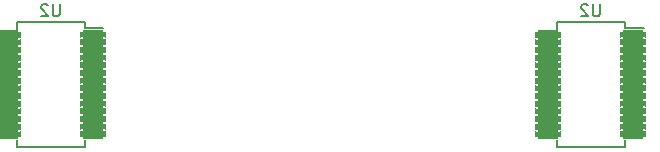
<source format=gbo>
%TF.GenerationSoftware,KiCad,Pcbnew,(6.0.5-0)*%
%TF.CreationDate,2023-02-12T11:18:59+09:00*%
%TF.ProjectId,MTCH6102_breakout_panel,4d544348-3631-4303-925f-627265616b6f,rev?*%
%TF.SameCoordinates,Original*%
%TF.FileFunction,Legend,Bot*%
%TF.FilePolarity,Positive*%
%FSLAX46Y46*%
G04 Gerber Fmt 4.6, Leading zero omitted, Abs format (unit mm)*
G04 Created by KiCad (PCBNEW (6.0.5-0)) date 2023-02-12 11:18:59*
%MOMM*%
%LPD*%
G01*
G04 APERTURE LIST*
G04 Aperture macros list*
%AMRoundRect*
0 Rectangle with rounded corners*
0 $1 Rounding radius*
0 $2 $3 $4 $5 $6 $7 $8 $9 X,Y pos of 4 corners*
0 Add a 4 corners polygon primitive as box body*
4,1,4,$2,$3,$4,$5,$6,$7,$8,$9,$2,$3,0*
0 Add four circle primitives for the rounded corners*
1,1,$1+$1,$2,$3*
1,1,$1+$1,$4,$5*
1,1,$1+$1,$6,$7*
1,1,$1+$1,$8,$9*
0 Add four rect primitives between the rounded corners*
20,1,$1+$1,$2,$3,$4,$5,0*
20,1,$1+$1,$4,$5,$6,$7,0*
20,1,$1+$1,$6,$7,$8,$9,0*
20,1,$1+$1,$8,$9,$2,$3,0*%
G04 Aperture macros list end*
%ADD10C,0.150000*%
%ADD11RoundRect,0.200000X0.875000X0.225000X-0.875000X0.225000X-0.875000X-0.225000X0.875000X-0.225000X0*%
%ADD12C,1.100000*%
%ADD13C,4.800000*%
G04 APERTURE END LIST*
D10*
X162492004Y-149994380D02*
X162492004Y-150803904D01*
X162444385Y-150899142D01*
X162396766Y-150946761D01*
X162301528Y-150994380D01*
X162111052Y-150994380D01*
X162015814Y-150946761D01*
X161968195Y-150899142D01*
X161920576Y-150803904D01*
X161920576Y-149994380D01*
X161492004Y-150089619D02*
X161444385Y-150042000D01*
X161349147Y-149994380D01*
X161111052Y-149994380D01*
X161015814Y-150042000D01*
X160968195Y-150089619D01*
X160920576Y-150184857D01*
X160920576Y-150280095D01*
X160968195Y-150422952D01*
X161539623Y-150994380D01*
X160920576Y-150994380D01*
X116761904Y-149994380D02*
X116761904Y-150803904D01*
X116714285Y-150899142D01*
X116666666Y-150946761D01*
X116571428Y-150994380D01*
X116380952Y-150994380D01*
X116285714Y-150946761D01*
X116238095Y-150899142D01*
X116190476Y-150803904D01*
X116190476Y-149994380D01*
X115761904Y-150089619D02*
X115714285Y-150042000D01*
X115619047Y-149994380D01*
X115380952Y-149994380D01*
X115285714Y-150042000D01*
X115238095Y-150089619D01*
X115190476Y-150184857D01*
X115190476Y-150280095D01*
X115238095Y-150422952D01*
X115809523Y-150994380D01*
X115190476Y-150994380D01*
X158855100Y-151467000D02*
X158855100Y-152117000D01*
X158855100Y-162117000D02*
X158855100Y-161467000D01*
X164605100Y-152042000D02*
X166205100Y-152042000D01*
X164605100Y-151467000D02*
X164605100Y-152042000D01*
X164605100Y-162117000D02*
X164605100Y-161467000D01*
X164605100Y-151467000D02*
X158855100Y-151467000D01*
X164605100Y-162117000D02*
X158855100Y-162117000D01*
X113125000Y-151467000D02*
X113125000Y-152117000D01*
X113125000Y-162117000D02*
X113125000Y-161467000D01*
X118875000Y-152042000D02*
X120475000Y-152042000D01*
X118875000Y-151467000D02*
X118875000Y-152042000D01*
X118875000Y-162117000D02*
X118875000Y-161467000D01*
X118875000Y-151467000D02*
X113125000Y-151467000D01*
X118875000Y-162117000D02*
X113125000Y-162117000D01*
%LPC*%
D11*
X165330100Y-152567000D03*
X165330100Y-153217000D03*
X165330100Y-153867000D03*
X165330100Y-154517000D03*
X165330100Y-155167000D03*
X165330100Y-155817000D03*
X165330100Y-156467000D03*
X165330100Y-157117000D03*
X165330100Y-157767000D03*
X165330100Y-158417000D03*
X165330100Y-159067000D03*
X165330100Y-159717000D03*
X165330100Y-160367000D03*
X165330100Y-161017000D03*
X158130100Y-161017000D03*
X158130100Y-160367000D03*
X158130100Y-159717000D03*
X158130100Y-159067000D03*
X158130100Y-158417000D03*
X158130100Y-157767000D03*
X158130100Y-157117000D03*
X158130100Y-156467000D03*
X158130100Y-155817000D03*
X158130100Y-155167000D03*
X158130100Y-154517000D03*
X158130100Y-153867000D03*
X158130100Y-153217000D03*
X158130100Y-152567000D03*
D12*
X153855874Y-99826726D03*
X153372600Y-98660000D03*
X155022600Y-100310000D03*
X155022600Y-97010000D03*
D13*
X155022600Y-98660000D03*
D12*
X156189326Y-99826726D03*
X156189326Y-97493274D03*
X156672600Y-98660000D03*
X153855874Y-97493274D03*
X187510874Y-150626726D03*
D13*
X188677600Y-149460000D03*
D12*
X188677600Y-151110000D03*
X187027600Y-149460000D03*
X187510874Y-148293274D03*
X189844326Y-148293274D03*
X190327600Y-149460000D03*
X188677600Y-147810000D03*
X189844326Y-150626726D03*
X153855874Y-168406726D03*
X155022600Y-168890000D03*
D13*
X155022600Y-167240000D03*
D12*
X155022600Y-165590000D03*
X156189326Y-168406726D03*
X153372600Y-167240000D03*
X156672600Y-167240000D03*
X156189326Y-166073274D03*
X153855874Y-166073274D03*
X189780826Y-99826726D03*
X188614100Y-100310000D03*
X190264100Y-98660000D03*
X187447374Y-99826726D03*
X188614100Y-97010000D03*
D13*
X188614100Y-98660000D03*
D12*
X186964100Y-98660000D03*
X187447374Y-97493274D03*
X189780826Y-97493274D03*
X144050726Y-99826726D03*
X142884000Y-100310000D03*
X144534000Y-98660000D03*
X141717274Y-99826726D03*
X142884000Y-97010000D03*
D13*
X142884000Y-98660000D03*
D12*
X141234000Y-98660000D03*
X141717274Y-97493274D03*
X144050726Y-97493274D03*
X108125774Y-168406726D03*
X109292500Y-168890000D03*
D13*
X109292500Y-167240000D03*
D12*
X109292500Y-165590000D03*
X110459226Y-168406726D03*
X107642500Y-167240000D03*
X110942500Y-167240000D03*
X110459226Y-166073274D03*
X108125774Y-166073274D03*
X141780774Y-150626726D03*
D13*
X142947500Y-149460000D03*
D12*
X142947500Y-151110000D03*
X141297500Y-149460000D03*
X141780774Y-148293274D03*
X144114226Y-148293274D03*
X144597500Y-149460000D03*
X142947500Y-147810000D03*
X144114226Y-150626726D03*
X108125774Y-99826726D03*
X107642500Y-98660000D03*
X109292500Y-100310000D03*
X109292500Y-97010000D03*
D13*
X109292500Y-98660000D03*
D12*
X110459226Y-99826726D03*
X110459226Y-97493274D03*
X110942500Y-98660000D03*
X108125774Y-97493274D03*
D11*
X119600000Y-152567000D03*
X119600000Y-153217000D03*
X119600000Y-153867000D03*
X119600000Y-154517000D03*
X119600000Y-155167000D03*
X119600000Y-155817000D03*
X119600000Y-156467000D03*
X119600000Y-157117000D03*
X119600000Y-157767000D03*
X119600000Y-158417000D03*
X119600000Y-159067000D03*
X119600000Y-159717000D03*
X119600000Y-160367000D03*
X119600000Y-161017000D03*
X112400000Y-161017000D03*
X112400000Y-160367000D03*
X112400000Y-159717000D03*
X112400000Y-159067000D03*
X112400000Y-158417000D03*
X112400000Y-157767000D03*
X112400000Y-157117000D03*
X112400000Y-156467000D03*
X112400000Y-155817000D03*
X112400000Y-155167000D03*
X112400000Y-154517000D03*
X112400000Y-153867000D03*
X112400000Y-153217000D03*
X112400000Y-152567000D03*
M02*

</source>
